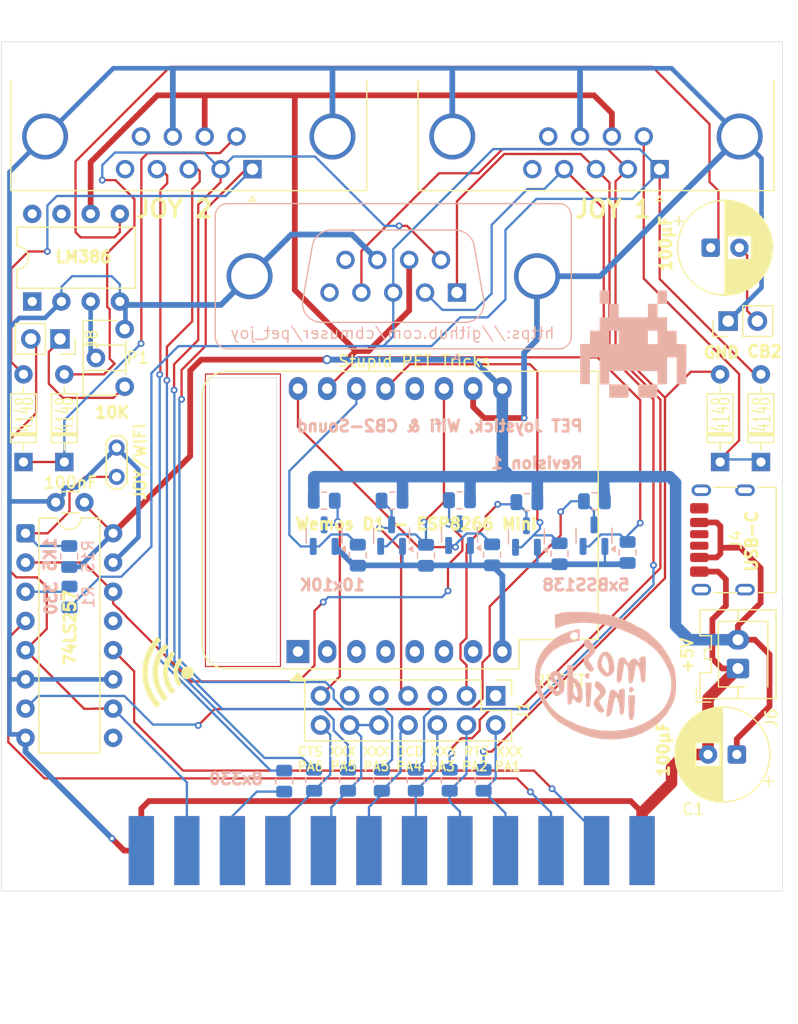
<source format=kicad_pcb>
(kicad_pcb (version 20241229) (generator "pcbnew") (generator_version "9.0")
  (layers (0 "F.Cu" signal) (2 "B.Cu" signal) (13 "F.Paste" user) (15 "B.Paste" user) (5 "F.SilkS" user "F.Silkscreen") (7 "B.SilkS" user "B.Silkscreen") (1 "F.Mask" user) (3 "B.Mask" user) (25 "Edge.Cuts" user))
  (net 0 "")
  (net 1 "GND")
  (net 2 "Net-(D1-K)")
  (net 3 "VCC")
  (net 4 "Net-(D3-A)")
  (net 5 "Net-(D3-K)")
  (net 8 "Net-(J3-Pad4)")
  (net 10 "Net-(J3-Pad3)")
  (net 11 "Net-(JP2-B)")
  (net 13 "Net-(U2-I1a)")
  (net 14 "PA3")
  (net 15 "SOUND")
  (net 16 "MODEM_TX")
  (net 17 "MODEM_RX")
  (net 19 "VDD")
  (net 24 "RX")
  (net 25 "TX")
  (net 26 "PA2")
  (net 32 "PA1")
  (net 33 "PA0")
  (net 34 "PA5")
  (net 35 "CB2")
  (net 37 "PA4")
  (net 38 "CA1")
  (net 41 "PA6")
  (net 42 "PA7")
  (net 49 "CTS_H")
  (net 50 "DCD_H")
  (net 52 "RTS_H")
  (net 53 "CTS")
  (net 54 "RTS")
  (net 55 "DCD")
  (net 66 "_PA1")
  (net 67 "_PA0")
  (net 68 "_PA5")
  (net 69 "_PA2")
  (net 70 "_PA3")
  (net 74 "Net-(C3-Pad1)")
  (net 75 "Net-(J7-Pin_2)")
  (net 76 "Net-(U1-+)")
  (net 77 "Net-(J8-Pin_1)")
  (footprint "Connector_USB:USB_C_Receptacle_HRO_TYPE-C-31-M-17" (layer "F.Cu") (at 132.14 104.5 90)
    (property "Reference" "J4")
    (property "Value" "USB_C_Receptacle_PowerOnly_6P" (hide yes))
  )
  (footprint "Diode_THT:D_DO-35_SOD27_P7.62mm_Horizontal" (layer "F.Cu") (at 70.175 97.725 90)
    (property "Reference" "D3" (hide yes))
    (property "Value" "1N4148" (hide yes))
  )
  (footprint "Diode_THT:D_DO-35_SOD27_P7.62mm_Horizontal" (layer "F.Cu") (at 130.775 97.725 90)
    (property "Reference" "D1" (hide yes))
    (property "Value" "1N4148" (hide yes))
  )
  (footprint "Diode_THT:D_DO-35_SOD27_P7.62mm_Horizontal" (layer "F.Cu") (at 73.725 97.725 90)
    (property "Reference" "D4" (hide yes))
    (property "Value" "1N4148" (hide yes))
  )
  (footprint "Package_DIP:DIP-8_W7.62mm" (layer "F.Cu") (at 70.935 83.775 90)
    (property "Reference" "U1" (hide yes))
    (property "Value" "LM386")
  )
  (footprint "MountingHole:MountingHole_3.2mm_M3" (layer "F.Cu") (at 132.65 130.875)
    (property "Reference" "H2" (hide yes))
    (property "Value" "MountingHole" (hide yes))
  )
  (footprint "Diode_THT:D_DO-35_SOD27_P7.62mm_Horizontal" (layer "F.Cu") (at 134.325 97.725 90)
    (property "Reference" "D2" (hide yes))
    (property "Value" "1N4148" (hide yes))
  )
  (footprint "Capacitor_THT:CP_Radial_D8.0mm_P2.50mm" (layer "F.Cu") (at 132.225 123.15 180)
    (property "Reference" "C1")
    (property "Value" "C_Polarized")
  )
  (footprint "Connector_JST:JST_XA_B02B-XASK-1-A_1x02_P2.50mm_Vertical" (layer "F.Cu") (at 132.325 115.675 90)
    (property "Reference" "J6")
    (property "Value" "POWER")
  )
  (footprint "Connector_PinSocket_2.54mm:PinSocket_1x02_P2.54mm_Vertical" (layer "F.Cu") (at 73.35 87.025 -90)
    (property "Reference" "J8")
    (property "Value" "CB2" (hide yes))
  )
  (footprint "Capacitor_THT:C_Disc_D3.0mm_W1.6mm_P2.50mm" (layer "F.Cu") (at 75.475 101.225 180)
    (property "Reference" "C2" (hide yes))
    (property "Value" "C_Small" (hide yes))
  )
  (footprint "MountingHole:MountingHole_3.2mm_M3" (layer "F.Cu") (at 71.825 130.9)
    (property "Reference" "H1" (hide yes))
    (property "Value" "MountingHole" (hide yes))
  )
  (footprint "TestPoint:TestPoint_2Pads_Pitch2.54mm_Drill0.8mm" (layer "F.Cu") (at 78.275 96.475 -90)
    (property "Reference" "JP2" (hide yes))
    (property "Value" "Jumper_2_Open" (hide yes))
  )
  (footprint "Connector_PinHeader_2.54mm:PinHeader_1x02_P2.54mm_Vertical" (layer "F.Cu") (at 131.475 85.475 90)
    (property "Reference" "J7" (hide yes))
    (property "Value" "CB2" (hide yes))
  )
  (footprint "Potentiometer_THT:Potentiometer_Piher_PT-6-H_Horizontal" (layer "F.Cu") (at 78.975 91.175 180)
    (property "Reference" "P1")
    (property "Value" "R_Potentiometer_Trim")
  )
  (footprint "Package_DIP:DIP-16_W7.62mm" (layer "F.Cu") (at 70.35 103.92)
    (property "Reference" "U2" (hide yes))
    (property "Value" "74LS157" (hide yes))
  )
  (footprint "Connector_Dsub:DSUB-9_Male_Horizontal_P2.77x2.84mm_EdgePinOffset4.94mm_Housed_MountingHolesOffset4.94mm" (layer "F.Cu") (at 90.09 72.270331 180)
    (property "Reference" "J3" (hide yes))
    (property "Value" "Joystick 2")
  )
  (footprint "Hackup_Commodore:C64-User-Port-Female" (layer "F.Cu") (at 102.205 134.5)
    (property "Reference" "U3" (hide yes))
    (property "Value" "~")
  )
  (footprint "LOGO" (layer "F.Cu") (at 82.75 115.975 90)
    (property "Reference" "G***" (hide yes))
    (property "Value" "LOGO" (hide yes))
  )
  (footprint "Capacitor_THT:CP_Radial_D8.0mm_P2.50mm" (layer "F.Cu") (at 129.95 79.1)
    (property "Reference" "C3" (hide yes))
    (property "Value" "220µF" (hide yes))
  )
  (footprint "Connector_PinHeader_2.54mm:PinHeader_2x07_P2.54mm_Vertical" (layer "F.Cu") (at 111.25 118.05 -90)
    (property "Reference" "J1")
    (property "Value" "Conn_02x07_Odd_Even" (hide yes))
  )
  (footprint "Connector_Dsub:DSUB-9_Male_Horizontal_P2.77x2.84mm_EdgePinOffset4.94mm_Housed_MountingHolesOffset4.94mm" (layer "F.Cu") (at 125.515 72.270331 180)
    (property "Reference" "J2" (hide yes))
    (property "Value" "Joystick 1")
  )
  (footprint "RF_Module:WEMOS_D1_mini_light" (layer "F.Cu") (at 94.05 114.2 90)
    (property "Reference" "U4" (hide yes))
    (property "Value" "WEMOS_D1_mini" (hide yes))
  )
  (footprint "Package_TO_SOT_SMD:SOT-23" (layer "B.Cu") (at 102.195 104.1175 90)
    (property "Reference" "Q7" (hide yes))
    (property "Value" "BSS138" (hide yes))
  )
  (footprint "Resistor_SMD:R_0805_2012Metric" (layer "B.Cu") (at 96.3375 101.0875)
    (property "Reference" "R13" (hide yes))
    (property "Value" "R" (hide yes))
  )
  (footprint "Resistor_SMD:R_0805_2012Metric" (layer "B.Cu") (at 119.8375 101.1375 180)
    (property "Reference" "R9" (hide yes))
    (property "Value" "R" (hide yes))
  )
  (footprint "Resistor_SMD:R_0805_2012Metric" (layer "B.Cu") (at 108.1075 101.0475 180)
    (property "Reference" "R11" (hide yes))
    (property "Value" "R")
  )
  (footprint "Package_TO_SOT_SMD:SOT-23" (layer "B.Cu") (at 96.325 104.125 90)
    (property "Reference" "Q5" (hide yes))
    (property "Value" "BSS138" (hide yes))
  )
  (footprint "Resistor_SMD:R_0805_2012Metric" (layer "B.Cu") (at 99.255 105.825 90)
    (property "Reference" "R14" (hide yes))
    (property "Value" "R")
  )
  (footprint "Package_TO_SOT_SMD:SOT-23" (layer "B.Cu") (at 113.925 104.2 90)
    (property "Reference" "Q6" (hide yes))
    (property "Value" "BSS138" (hide yes))
  )
  (footprint "Resistor_SMD:R_0805_2012Metric" (layer "B.Cu") (at 110.935 105.795 90)
    (property "Reference" "R12" (hide yes))
    (property "Value" "R")
  )
  (footprint "Resistor_SMD:R_0805_2012Metric" (layer "B.Cu") (at 92.85 125.4625 -90)
    (property "Reference" "R8" (hide yes))
    (property "Value" "330")
  )
  (footprint "Connector_Dsub:DSUB-9_Female_Vertical_P2.77x2.84mm_MountingHoles" (layer "B.Cu") (at 107.88 82.995)
    (property "Reference" "J5" (hide yes))
    (property "Value" "Joystick 1" (hide yes))
  )
  (footprint "Resistor_SMD:R_0805_2012Metric" (layer "B.Cu") (at 102.235 101.0875 180)
    (property "Reference" "R21" (hide yes))
    (property "Value" "R")
  )
  (footprint "Resistor_SMD:R_0805_2012Metric" (layer "B.Cu") (at 101.35 125.3875 -90)
    (property "Reference" "R5" (hide yes))
    (property "Value" "330")
  )
  (footprint "Resistor_SMD:R_0805_2012Metric" (layer "B.Cu") (at 122.725 105.5875 90)
    (property "Reference" "R10" (hide yes))
    (property "Value" "R" (hide yes))
  )
  (footprint "Resistor_SMD:R_0805_2012Metric" (layer "B.Cu") (at 104.3 125.3875 -90)
    (property "Reference" "R4" (hide yes))
    (property "Value" "330")
  )
  (footprint "Resistor_SMD:R_0805_2012Metric" (layer "B.Cu") (at 116.8 105.7 90)
    (property "Reference" "R20" (hide yes))
    (property "Value" "R" (hide yes))
  )
  (footprint "Resistor_SMD:R_0805_2012Metric" (layer "B.Cu") (at 74.175 109.4625 90)
    (property "Reference" "R1")
    (property "Value" "330")
  )
  (footprint "Resistor_SMD:R_0805_2012Metric" (layer "B.Cu") (at 107.25 125.3875 -90)
    (property "Reference" "R3" (hide yes))
    (property "Value" "330")
  )
  (footprint "Resistor_SMD:R_0805_2012Metric" (layer "B.Cu") (at 110.2 125.3875 -90)
    (property "Reference" "R2" (hide yes))
    (property "Value" "330")
  )
  (footprint "Resistor_SMD:R_0805_2012Metric" (layer "B.Cu") (at 105.185 105.835 90)
    (property "Reference" "R22" (hide yes))
    (property "Value" "R")
  )
  (footprint "LOGO" (layer "B.Cu") (at 123.225 87.475 180)
    (property "Reference" "G***" (hide yes))
    (property "Value" "LOGO" (hide yes))
  )
  (footprint "Logo:GMP" (layer "B.Cu") (at 120.761643 116.310477 180)
    (property "Reference" "G***" (hide yes))
    (property "Value" "LOGO" (hide yes))
  )
  (footprint "Resistor_SMD:R_0805_2012Metric" (layer "B.Cu") (at 98.4 125.3875 -90)
    (property "Reference" "R6" (hide yes))
    (property "Value" "330")
  )
  (footprint "Package_TO_SOT_SMD:SOT-23" (layer "B.Cu") (at 119.8 104.125 90)
    (property "Reference" "Q3" (hide yes))
    (property "Value" "BSS138" (hide yes))
  )
  (footprint "Package_TO_SOT_SMD:SOT-23" (layer "B.Cu") (at 108.105 104.04 90)
    (property "Reference" "Q4" (hide yes))
    (property "Value" "BSS138" (hide yes))
  )
  (footprint "Resistor_SMD:R_0805_2012Metric" (layer "B.Cu") (at 95.45 125.3875 -90)
    (property "Reference" "R7" (hide yes))
    (property "Value" "330")
  )
  (footprint "Resistor_SMD:R_0805_2012Metric" (layer "B.Cu") (at 113.9625 101.2125 180)
    (property "Reference" "R19" (hide yes))
    (property "Value" "R" (hide yes))
  )
  (footprint "Resistor_SMD:R_0805_2012Metric" (layer "B.Cu") (at 74.155 105.9375 90)
    (property "Reference" "R15")
    (property "Value" "2K")
  )
  (gr_rect (start 86 90.075) (end 92.525 115.5) (stroke (width 0.1)) (fill no) (layer "F.Cu"))
  (gr_line (start 68.25 135) (end 68.25 61.2) (stroke (width 0.05)) (layer "Edge.Cuts"))
  (gr_line (start 136.2 135) (end 136.2 61.2) (stroke (width 0.05)) (layer "Edge.Cuts"))
  (gr_line (start 68.25 61.2) (end 136.2 61.2) (stroke (width 0.05)) (layer "Edge.Cuts"))
  (gr_rect (start 86.35 90.4) (end 92.2 115.15) (stroke (width 0.05)) (fill no) (layer "Edge.Cuts"))
  (gr_line (start 68.25 135) (end 136.2 135) (stroke (width 0.05)) (layer "Edge.Cuts"))
  (gr_text "USB-C" (at 134.1 107.4 90) (layer "F.SilkS") (effects (font (size 1 1) (thickness 0.25) (bold yes)) (justify left bottom)))
  (gr_text "JOY 2" (at 79.8 76.6 0) (layer "F.SilkS") (effects (font (size 1.5 1.5) (thickness 0.3) (bold yes)) (justify left bottom)))
  (gr_text "JOY 1" (at 117.975 76.625 0) (layer "F.SilkS") (effects (font (size 1.5 1.5) (thickness 0.3) (bold yes)) (justify left bottom)))
  (gr_text "100µF" (at 126.425 125.225 90) (layer "F.SilkS") (effects (font (size 1 1) (thickness 0.25) (bold yes)) (justify left bottom)))
  (gr_text "LM386" (at 72.825 80.475 0) (layer "F.SilkS") (effects (font (size 1 1) (thickness 0.25) (bold yes)) (justify left bottom)))
  (gr_text "4148" (at 74.625 95.2 90) (layer "F.SilkS") (effects (font (size 1.5 0.8) (thickness 0.125)) (justify left bottom)))
  (gr_text "Wemos D1 - ESP8266 Mini" (at 93.7 103.7 0) (layer "F.SilkS") (effects (font (size 1 1) (thickness 0.25) (bold yes)) (justify left bottom)))
  (gr_text "CTS XXX XXX DCD XXX RTS XXX\nPA6 PA5 PA5 PA4 PA3 PA2 PA1" (at 93.925 124.65 0) (layer "F.SilkS") (effects (font (size 0.8 0.8)) (justify left bottom)))
  (gr_text "4148" (at 135.275 95.2 90) (layer "F.SilkS") (effects (font (size 1.5 0.8) (thickness 0.125)) (justify left bottom)))
  (gr_text "100µF" (at 126.625 81.275 90) (layer "F.SilkS") (effects (font (size 1 1) (thickness 0.25) (bold yes)) (justify left bottom)))
  (gr_text "CB2" (at 133 88.7 0) (layer "F.SilkS") (effects (font (size 1 1) (thickness 0.25) (bold yes)) (justify left bottom)))
  (gr_text "JOY/WIFI " (at 80.9 101.175 90) (layer "F.SilkS") (effects (font (size 1 1) (thickness 0.2) (bold yes)) (justify left bottom)))
  (gr_text "10K" (at 76.275 94 0) (layer "F.SilkS") (effects (font (size 1 1) (thickness 0.25) (bold yes)) (justify left bottom)))
  (gr_text "Stupid PET Tricks" (at 97.475 89.55 0) (layer "F.SilkS") (effects (font (size 1 1)) (justify left bottom)))
  (gr_text "+5V" (at 128.5 116.2 90) (layer "F.SilkS") (effects (font (size 1 1) (thickness 0.2) (bold yes)) (justify left bottom)))
  (gr_text "4148" (at 131.725 95.2 90) (layer "F.SilkS") (effects (font (size 1.5 0.8) (thickness 0.125)) (justify left bottom)))
  (gr_text "100nF" (at 71.825 100.1 0) (layer "F.SilkS") (effects (font (size 1 1) (thickness 0.1875)) (justify left bottom)))
  (gr_text "RESET" (at 114.475 117.325 0) (layer "F.SilkS") (effects (font (size 1 1)) (justify left bottom)))
  (gr_text "74LS257" (at 74.8 115.55 90) (layer "F.SilkS") (effects (font (size 1 1) (thickness 0.25) (bold yes)) (justify left bottom)))
  (gr_text "GND" (at 129.2 88.8 0) (layer "F.SilkS") (effects (font (size 1 1) (thickness 0.25) (bold yes)) (justify left bottom)))
  (gr_text "4148" (at 71.125 95.2 90) (layer "F.SilkS") (effects (font (size 1.5 0.8) (thickness 0.125)) (justify left bottom)))
  (gr_text "330" (at 73.15 107.975 90) (layer "B.SilkS") (effects (font (size 1 1) (thickness 0.25) (bold yes)) (justify left bottom mirror)))
  (gr_text "https://github.com/cbmuser/pet_joy" (at 116.45 87.1 0) (layer "B.SilkS") (effects (font (size 1 1) (thickness 0.125)) (justify left bottom mirror)))
  (gr_text "PET Joystick, Wifi & CB2-Sound\n\nRevision 1" (at 118.95 98.4 0) (layer "B.SilkS") (effects (font (size 1 1) (thickness 0.25) (bold yes)) (justify left bottom mirror)))
  (gr_text "1K5\n" (at 73.075 104.15 90) (layer "B.SilkS") (effects (font (size 1 1) (thickness 0.25) (bold yes)) (justify left bottom mirror)))
  (gr_text "5xBSS138" (at 123.025 109 0) (layer "B.SilkS") (effects (font (size 1 1) (thickness 0.25) (bold yes)) (justify left bottom mirror)))
  (gr_text "10x10K" (at 100 109 0) (layer "B.SilkS") (effects (font (size 1 1) (thickness 0.25) (bold yes)) (justify left bottom mirror)))
  (gr_text "8x330" (at 91.125 125.85 0) (layer "B.SilkS") (effects (font (size 1 1) (thickness 0.25) (bold yes)) (justify left bottom mirror)))
  (segment (start 126.55 125.625) (end 126.55 124.3) (width 1) (layer "F.Cu") (net 1))
  (segment (start 113.725 93.9) (end 110.25 93.9) (width 0.5) (layer "F.Cu") (net 1))
  (segment (start 131.275 110.225) (end 130.1 111.4) (width 0.5) (layer "F.Cu") (net 1))
  (segment (start 78.925 131.5) (end 77.875 130.45) (width 0.5) (layer "F.Cu") (net 1))
  (segment (start 123.985 128.19) (end 122.995 127.2) (width 0.5) (layer "F.Cu") (net 1))
  (segment (start 81.075 127.2) (end 80.425 127.85) (width 0.5) (layer "F.Cu") (net 1))
  (segment (start 130.1 111.4) (end 130.1 114.825) (width 0.5) (layer "F.Cu") (net 1))
  (segment (start 80.425 127.85) (end 80.425 131.5) (width 0.5) (layer "F.Cu") (net 1))
  (segment (start 129.725 123.15) (end 129.725 118.275) (width 1) (layer "F.Cu") (net 1))
  (segment (start 110.25 93.9) (end 109.29 92.94) (width 0.5) (layer "F.Cu") (net 1))
  (segment (start 130.1 114.825) (end 130.95 115.675) (width 0.5) (layer "F.Cu") (net 1))
  (segment (start 123.985 131.5) (end 123.985 128.19) (width 1) (layer "F.Cu") (net 1))
  (segment (start 127.7 123.15) (end 129.725 123.15) (width 1) (layer "F.Cu") (net 1))
  (segment (start 129.725 118.275) (end 132.325 115.675) (width 1) (layer "F.Cu") (net 1))
  (segment (start 130.95 115.675) (end 132.325 115.675) (width 0.5) (layer "F.Cu") (net 1))
  (segment (start 123.985 128.19) (end 126.55 125.625) (width 1) (layer "F.Cu") (net 1))
  (segment (start 126.55 124.3) (end 127.7 123.15) (width 1) (layer "F.Cu") (net 1))
  (segment (start 128.96 107.25) (end 130.6 107.25) (width 0.5) (layer "F.Cu") (net 1))
  (segment (start 131.275 107.925) (end 131.275 110.225) (width 0.5) (layer "F.Cu") (net 1))
  (segment (start 80.425 131.5) (end 78.925 131.5) (width 0.5) (layer "F.Cu") (net 1))
  (segment (start 122.995 127.2) (end 81.075 127.2) (width 0.5) (layer "F.Cu") (net 1))
  (segment (start 130.6 107.25) (end 131.275 107.925) (width 0.5) (layer "F.Cu") (net 1))
  (segment (start 109.29 92.94) (end 109.29 91.34) (width 0.5) (layer "F.Cu") (net 1))
  (via (at 113.725 93.9) (size 0.6) (drill 0.3) (layers "F.Cu" "B.Cu") (net 1))
  (via (at 77.875 130.45) (size 0.6) (drill 0.3) (layers "F.Cu" "B.Cu") (net 1))
  (segment (start 78.555 83.775) (end 78.555 82.28) (width 0.2) (layer "B.Cu") (net 1))
  (segment (start 73.475 82.5) (end 73.475 83.775) (width 0.2) (layer "B.Cu") (net 1))
  (segment (start 68.971 116.62) (end 68.951 116.6) (width 0.4) (layer "B.Cu") (net 1))
  (segment (start 113.725 88.225) (end 113.725 93.9) (width 0.5) (layer "B.Cu") (net 1))
  (segment (start 78.555 83.775) (end 78.85 84.07) (width 0.5) (layer "B.Cu") (net 1))
  (segment (start 114.84 81.575) (end 120.330331 81.575) (width 0.5) (layer "B.Cu") (net 1))
  (segment (start 134.375 82.575) (end 131.475 85.475) (width 0.4) (layer "B.Cu") (net 1))
  (segment (start 79.04 84.26) (end 78.555 83.775) (width 0.2) (layer "B.Cu") (net 1))
  (segment (start 134.375 71.330331) (end 134.375 82.575) (width 0.4) (layer "B.Cu") (net 1))
  (segment (start 87.345 84.07) (end 89.84 81.575) (width 0.5) (layer "B.Cu") (net 1))
  (segment (start 70.35 116.62) (end 77.97 116.62) (width 0.4) (layer "B.Cu") (net 1))
  (segment (start 68.951 86.059) (end 68.951 72.529331) (width 0.4) (layer "B.Cu") (net 1))
  (segment (start 120.330331 81.575) (end 132.475 69.430331) (width 0.5) (layer "B.Cu") (net 1))
  (segment (start 68.951 101.125) (end 68.951 116.6) (width 0.4) (layer "B.Cu") (net 1))
  (segment (start 70.35 116.62) (end 68.971 116.62) (width 0.4) (layer "B.Cu") (net 1))
  (segment (start 68.951 86.059) (end 69.81 85.2) (width 0.4) (layer "B.Cu") (net 1))
  (segment (start 98.75 77.95) (end 93.465 77.95) (width 0.5) (layer "B.Cu") (net 1))
  (segment (start 126.544669 63.5) (end 132.475 69.430331) (width 0.4) (layer "B.Cu") (net 1))
  (segment (start 107.475 69.430331) (end 107.475 63.8) (width 0.5) (layer "B.Cu") (net 1))
  (segment (start 68.951 121.4) (end 70.05 121.4) (width 0.4) (layer "B.Cu") (net 1))
  (segment (start 69.81 85.2) (end 72.05 85.2) (width 0.4) (layer "B.Cu") (net 1))
  (segment (start 73.651 99.949) (end 73.651 100.549) (width 0.4) (layer "B.Cu") (net 1))
  (segment (start 78.555 82.28) (end 77.85 81.575) (width 0.2) (layer "B.Cu") (net 1))
  (segment (start 134.375 71.330331) (end 132.475 69.430331) (width 0.4) (layer "B.Cu") (net 1))
  (segment (start 118.59 69.430331) (end 118.59 63.79) (width 0.5) (layer "B.Cu") (net 1))
  (segment (start 74.801 99.949) (end 78.275 96.475) (width 0.4) (layer "B.Cu") (net 1))
  (segment (start 74.4 81.575) (end 73.475 82.5) (width 0.2) (layer "B.Cu") (net 1))
  (segment (start 68.951 72.529331) (end 72.05 69.430331) (width 0.4) (layer "B.Cu") (net 1))
  (segment (start 77.980331 63.5) (end 97.15 63.5) (width 0.4) (layer "B.Cu") (net 1))
  (segment (start 79.04 86.285) (end 79.04 84.26) (width 0.4) (layer "B.Cu") (net 1))
  (segment (start 73.651 99.949) (end 74.801 99.949) (width 0.4) (layer "B.Cu") (net 1))
  (segment (start 77.97 106.46) (end 80.175 104.255) (width 0.4) (layer "B.Cu") (net 1))
  (segment (start 68.976 101.15) (end 68.951 101.125) (width 0.4) (layer "B.Cu") (net 1))
  (segment (start 68.951 116.6) (end 68.951 121.4) (width 0.4) (layer "B.Cu") (net 1))
  (segment (start 100.955 80.155) (end 98.75 77.95) (width 0.5) (layer "B.Cu") (net 1))
  (segment (start 83.165 69.430331) (end 83.165 63.775) (width 0.5) (layer "B.Cu") (net 1))
  (segment (start 72.05 85.2) (end 73.475 83.775) (width 0.4) (layer "B.Cu") (net 1))
  (segment (start 72.05 69.430331) (end 77.980331 63.5) (width 0.4) (layer "B.Cu") (net 1))
  (segment (start 70.05 121.4) (end 70.35 121.7) (width 0.4) (layer "B.Cu") (net 1))
  (segment (start 114.84 87.11) (end 114.84 81.575) (width 0.5) (layer "B.Cu") (net 1))
  (segment (start 97.15 63.5) (end 126.544669 63.5) (width 0.4) (layer "B.Cu") (net 1))
  (segment (start 68.951 86.059) (end 68.951 101.125) (width 0.4) (layer "B.Cu") (net 1))
  (segment (start 78.85 84.07) (end 87.345 84.07) (width 0.5) (layer "B.Cu") (net 1))
  (segment (start 73.651 100.549) (end 72.975 101.225) (width 0.4) (layer "B.Cu") (net 1))
  (segment (start 77.85 81.575) (end 74.4 81.575) (width 0.2) (layer "B.Cu") (net 1))
  (segment (start 80.175 104.255) (end 80.175 98.375) (width 0.4) (layer "B.Cu") (net 1))
  (segment (start 72.9 101.15) (end 68.976 101.15) (width 0.4) (layer "B.Cu") (net 1))
  (segment (start 97.05 69.430331) (end 97.05 63.6) (width 0.5) (layer "B.Cu") (net 1))
  (segment (start 113.725 88.225) (end 114.84 87.11) (width 0.5) (layer "B.Cu") (net 1))
  (segment (start 72.9 101.15) (end 72.975 101.225) (width 0.4) (layer "B.Cu") (net 1))
  (segment (start 80.175 98.375) (end 78.275 96.475) (width 0.4) (layer "B.Cu") (net 1))
  (segment (start 77.875 130.45) (end 70.35 122.925) (width 0.5) (layer "B.Cu") (net 1))
  (segment (start 70.35 122.925) (end 70.35 121.7) (width 0.5) (layer "B.Cu") (net 1))
  (segment (start 93.465 77.95) (end 89.84 81.575) (width 0.5) (layer "B.Cu") (net 1))
  (segment (start 132.425 90.075) (end 124.13 81.78) (width 0.2) (layer "F.Cu") (net 2))
  (segment (start 124.13 81.78) (end 124.13 69.430331) (width 0.2) (layer "F.Cu") (net 2))
  (segment (start 132.425 95.85) (end 132.425 90.075) (width 0.2) (layer "F.Cu") (net 2))
  (segment (start 130.775 97.5) (end 132.425 95.85) (width 0.2) (layer "F.Cu") (net 2))
  (segment (start 130.775 97.5) (end 134.325 97.5) (width 0.2) (layer "B.Cu") (net 2))
  (segment (start 130.48 102.98) (end 130.8 103.3) (width 0.5) (layer "F.Cu") (net 3))
  (segment (start 76.015 71.66) (end 81.825 65.85) (width 0.5) (layer "F.Cu") (net 3))
  (segment (start 132.225 121.8) (end 135.075 118.95) (width 0.5) (layer "F.Cu") (net 3))
  (segment (start 100.201 88.074) (end 103.725 84.55) (width 0.5) (layer "F.Cu") (net 3))
  (segment (start 85.935 65.935) (end 85.935 69.430331) (width 0.5) (layer "F.Cu") (net 3))
  (segment (start 75.475 101.425) (end 75.475 101.225) (width 0.2) (layer "F.Cu") (net 3))
  (segment (start 99.076768 88.074) (end 93.775 82.772232) (width 0.5) (layer "F.Cu") (net 3))
  (segment (start 133.8 113.175) (end 132.325 113.175) (width 0.5) (layer "F.Cu") (net 3))
  (segment (start 132.525 105.175) (end 130.8 105.175) (width 0.5) (layer "F.Cu") (net 3))
  (segment (start 128.96 102.98) (end 130.48 102.98) (width 0.5) (layer "F.Cu") (net 3))
  (segment (start 77.97 103.92) (end 75.475 101.425) (width 0.2) (layer "F.Cu") (net 3))
  (segment (start 93.775 82.772232) (end 93.775 65.85) (width 0.5) (layer "F.Cu") (net 3))
  (segment (start 130.8 103.3) (end 130.8 105.175) (width 0.5) (layer "F.Cu") (net 3))
  (segment (start 134.3 109.975) (end 134.3 106.95) (width 0.5) (layer "F.Cu") (net 3))
  (segment (start 98.325768 88.825) (end 99.076768 88.074) (width 0.5) (layer "F.Cu") (net 3))
  (segment (start 132.325 113.175) (end 132.325 111.95) (width 0.5) (layer "F.Cu") (net 3))
  (segment (start 96.575 88.825) (end 98.325768 88.825) (width 0.5) (layer "F.Cu") (net 3))
  (segment (start 85.85 65.85) (end 93.775 65.85) (width 0.5) (layer "F.Cu") (net 3))
  (segment (start 121.36 67.41) (end 121.36 69.430331) (width 0.5) (layer "F.Cu") (net 3))
  (segment (start 84.676 97.214) (end 84.676 89.774) (width 0.5) (layer "F.Cu") (net 3))
  (segment (start 135.075 118.95) (end 135.075 114.45) (width 0.5) (layer "F.Cu") (net 3))
  (segment (start 85.935 69.89) (end 85.935 69.430331) (width 0.2) (layer "F.Cu") (net 3))
  (segment (start 135.075 114.45) (end 133.8 113.175) (width 0.5) (layer "F.Cu") (net 3))
  (segment (start 81.825 65.85) (end 85.85 65.85) (width 0.5) (layer "F.Cu") (net 3))
  (segment (start 103.725 84.55) (end 103.725 80.155) (width 0.5) (layer "F.Cu") (net 3))
  (segment (start 119.8 65.85) (end 121.36 67.41) (width 0.5) (layer "F.Cu") (net 3))
  (segment (start 99.076768 88.074) (end 100.201 88.074) (width 0.5) (layer "F.Cu") (net 3))
  (segment (start 85.85 65.85) (end 85.935 65.935) (width 0.5) (layer "F.Cu") (net 3))
  (segment (start 85.625 88.825) (end 96.575 88.825) (width 0.5) (layer "F.Cu") (net 3))
  (segment (start 77.97 103.92) (end 84.676 97.214) (width 0.5) (layer "F.Cu") (net 3))
  (segment (start 93.775 65.85) (end 104.104331 65.85) (width 0.5) (layer "F.Cu") (net 3))
  (segment (start 76.015 76.155) (end 76.015 71.66) (width 0.5) (layer "F.Cu") (net 3))
  (segment (start 130.48 106.02) (end 128.96 106.02) (width 0.5) (layer "F.Cu") (net 3))
  (segment (start 132.225 123.15) (end 132.225 121.8) (width 0.5) (layer "F.Cu") (net 3))
  (segment (start 130.8 105.7) (end 130.48 106.02) (width 0.5) (layer "F.Cu") (net 3))
  (segment (start 84.676 89.774) (end 85.625 88.825) (width 0.5) (layer "F.Cu") (net 3))
  (segment (start 130.8 105.175) (end 130.8 105.7) (width 0.5) (layer "F.Cu") (net 3))
  (segment (start 104.104331 65.85) (end 119.8 65.85) (width 0.5) (layer "F.Cu") (net 3))
  (segment (start 134.3 106.95) (end 132.525 105.175) (width 0.5) (layer "F.Cu") (net 3))
  (segment (start 132.325 111.95) (end 134.3 109.975) (width 0.5) (layer "F.Cu") (net 3))
  (via (at 96.575 88.825) (size 0.8) (drill 0.5) (layers "F.Cu" "B.Cu") (net 3))
  (segment (start 109.315 88.825) (end 111.83 91.34) (width 0.5) (layer "B.Cu") (net 3))
  (segment (start 75.04 106.85) (end 77.97 103.92) (width 0.4) (layer "B.Cu") (net 3))
  (segment (start 109.25 99) (end 95.475 99) (width 1) (layer "B.Cu") (net 3))
  (segment (start 126.9 111.975) (end 128.1 113.175) (width 1) (layer "B.Cu") (net 3))
  (segment (start 114.875 99.05) (end 114.875 101.2125) (width 1) (layer "B.Cu") (net 3))
  (segment (start 120.6 99) (end 126.375 99) (width 1) (layer "B.Cu") (net 3))
  (segment (start 112.525 99) (end 109.25 99) (width 1) (layer "B.Cu") (net 3))
  (segment (start 95.475 99) (end 95.425 99.05) (width 1) (layer "B.Cu") (net 3))
  (segment (start 111.83 91.34) (end 111.83 98.305) (width 1) (layer "B.Cu") (net 3))
  (segment (start 96.575 88.825) (end 109.315 88.825) (width 0.5) (layer "B.Cu") (net 3))
  (segment (start 120.6 99) (end 120.75 101.1375) (width 1) (layer "B.Cu") (net 3))
  (segment (start 120.6 99) (end 115.55 99) (width 1) (layer "B.Cu") (net 3))
  (segment (start 115.55 99) (end 114.925 99) (width 1) (layer "B.Cu") (net 3))
  (segment (start 111.83 98.305) (end 112.525 99) (width 1) (layer "B.Cu") (net 3))
  (segment (start 95.425 99.05) (end 95.425 101.0875) (width 1) (layer "B.Cu") (net 3))
  (segment (start 74.155 106.85) (end 75.04 106.85) (width 0.4) (layer "B.Cu") (net 3))
  (segment (start 114.925 99) (end 112.525 99) (width 1) (layer "B.Cu") (net 3))
  (segment (start 128.1 113.175) (end 132.325 113.175) (width 1) (layer "B.Cu") (net 3))
  (segment (start 109.02 101.0475) (end 109.02 99.23) (width 1) (layer "B.Cu") (net 3))
  (segment (start 126.375 99) (end 126.9 99.525) (width 1) (layer "B.Cu") (net 3))
  (segment (start 103.1475 101.0875) (end 103.1475 99.5525) (width 1) (layer "B.Cu") (net 3))
  (segment (start 126.9 99.525) (end 126.9 111.975) (width 1) (layer "B.Cu") (net 3))
  (segment (start 109.02 99.23) (end 109.25 99) (width 1) (layer "B.Cu") (net 3))
  (segment (start 114.925 99) (end 114.875 99.05) (width 1) (layer "B.Cu") (net 3))
  (segment (start 86.025 87.625) (end 86.025 75.775) (width 0.2) (layer "F.Cu") (net 4))
  (segment (start 89.529669 72.270331) (end 90.09 72.270331) (width 0.2) (layer "F.Cu") (net 4))
  (segment (start 70.6 79.425) (end 72.25 79.425) (width 0.2) (layer "F.Cu") (net 4))
  (segment (start 83.925 89.725) (end 86.025 87.625) (width 0.2) (layer "F.Cu") (net 4))
  (segment (start 86.025 75.775) (end 89.529669 72.270331) (width 0.2) (layer "F.Cu") (net 4))
  (segment (start 83.925 92.275) (end 83.925 89.725) (width 0.2) (layer "F.Cu") (net 4))
  (segment (start 70.175 90.105) (end 69.1 89.03) (width 0.2) (layer "F.Cu") (net 4))
  (segment (start 69.1 89.03) (end 69.1 80.925) (width 0.2) (layer "F.Cu") (net 4))
  (segment (start 69.1 80.925) (end 70.6 79.425) (width 0.2) (layer "F.Cu") (net 4))
  (via (at 72.25 79.425) (size 0.6) (drill 0.3) (layers "F.Cu" "B.Cu") (net 4))
  (via (at 83.925 92.275) (size 0.6) (drill 0.3) (layers "F.Cu" "B.Cu") (net 4))
  (segment (start 97.161 117.57324) (end 96.43776 116.85) (width 0.2) (layer "B.Cu") (net 4))
  (segment (start 102.241 123.584) (end 102.241 119.87524) (width 0.2) (layer "B.Cu") (net 4))
  (segment (start 97.161 118.28876) (end 97.161 117.57324) (width 0.2) (layer "B.Cu") (net 4))
  (segment (start 96.43776 116.85) (end 85.725 116.85) (width 0.2) (layer "B.Cu") (net 4))
  (segment (start 101.56676 119.201) (end 98.07324 119.201) (width 0.2) (layer "B.Cu") (net 4))
  (segment (start 85.725 116.85) (end 85.6763 116.85) (width 0.2) (layer "B.Cu") (net 4))
  (segment (start 73.075 74.6) (end 72.25 75.425) (width 0.2) (layer "B.Cu") (net 4))
  (segment (start 90.09 72.270331) (end 87.760331 74.6) (width 0.2) (layer "B.Cu") (net 4))
  (segment (start 83.73815 92.46185) (end 83.925 92.275) (width 0.2) (layer "B.Cu") (net 4))
  (segment (start 83.73815 114.91185) (end 83.73815 92.46185) (width 0.2) (layer "B.Cu") (net 4))
  (segment (start 102.241 119.87524) (end 101.56676 119.201) (width 0.2) (layer "B.Cu") (net 4))
  (segment (start 101.35 124.475) (end 102.241 123.584) (width 0.2) (layer "B.Cu") (net 4))
  (segment (start 85.6763 116.85) (end 83.73815 114.91185) (width 0.2) (layer "B.Cu") (net 4))
  (segment (start 98.07324 119.201) (end 97.161 118.28876) (width 0.2) (layer "B.Cu") (net 4))
  (segment (start 87.760331 74.6) (end 73.075 74.6) (width 0.2) (layer "B.Cu") (net 4))
  (segment (start 72.25 75.425) (end 72.25 79.425) (width 0.2) (layer "B.Cu") (net 4))
  (segment (start 80.975 70.875) (end 87.260331 70.875) (width 0.2) (layer "F.Cu") (net 5))
  (segment (start 80.4 87.425) (end 80.425 87.1) (width 0.2) (layer "F.Cu") (net 5))
  (segment (start 80.425 71.425) (end 80.975 70.875) (width 0.2) (layer "F.Cu") (net 5))
  (segment (start 80.425 87.1) (end 80.425 71.425) (width 0.2) (layer "F.Cu") (net 5))
  (segment (start 70.175 97.725) (end 73.725 97.725) (width 0.2) (layer "F.Cu") (net 5))
  (segment (start 87.260331 70.875) (end 88.705 69.430331) (width 0.2) (layer "F.Cu") (net 5))
  (via (at 80.4 87.425) (size 0.6) (drill 0.3) (layers "F.Cu" "B.Cu") (net 5))
  (segment (start 80.4 87.425) (end 73.725 94.1) (width 0.2) (layer "B.Cu") (net 5))
  (segment (start 73.725 94.1) (end 73.725 97.725) (width 0.2) (layer "B.Cu") (net 5))
  (segment (start 82.025 90.125) (end 82.08 90.07) (width 0.2) (layer "F.Cu") (net 8))
  (segment (start 82.120331 72.270331) (end 81.78 72.270331) (width 0.2) (layer "F.Cu") (net 8))
  (segment (start 82.675 73.5) (end 82.675 72.825) (width 0.2) (layer "F.Cu") (net 8))
  (segment (start 82.08 74.095) (end 82.675 73.5) (width 0.2) (layer "F.Cu") (net 8))
  (segment (start 82.675 72.825) (end 82.120331 72.270331) (width 0.2) (layer "F.Cu") (net 8))
  (segment (start 82.08 90.07) (end 82.08 74.095) (width 0.2) (layer "F.Cu") (net 8))
  (via (at 82.025 90.125) (size 0.6) (drill 0.3) (layers "F.Cu" "B.Cu") (net 8))
  (segment (start 82.025 114.9) (end 82.025 90.125) (width 0.2) (layer "B.Cu") (net 8))
  (segment (start 91.675 124.55) (end 82.025 114.9) (width 0.2) (layer "B.Cu") (net 8))
  (segment (start 92.85 124.55) (end 91.675 124.55) (width 0.2) (layer "B.Cu") (net 8))
  (segment (start 84.85 85.5) (end 84.85 74) (width 0.2) (layer "F.Cu") (net 10))
  (segment (start 82.65 87.7) (end 84.85 85.5) (width 0.2) (layer "F.Cu") (net 10))
  (segment (start 85.5 73.35) (end 85.5 72.45) (width 0.2) (layer "F.Cu") (net 10))
  (segment (start 85.320331 72.270331) (end 84.55 72.270331) (width 0.2) (layer "F.Cu") (net 10))
  (segment (start 82.65 90.625) (end 82.65 87.7) (width 0.2) (layer "F.Cu") (net 10))
  (segment (start 85.5 72.45) (end 85.320331 72.270331) (width 0.2) (layer "F.Cu") (net 10))
  (segment (start 84.85 74) (end 85.5 73.35) (width 0.2) (layer "F.Cu") (net 10))
  (via (at 82.65 90.625) (size 0.6) (drill 0.3) (layers "F.Cu" "B.Cu") (net 10))
  (segment (start 94.425 123.45) (end 95.45 124.475) (width 0.2) (layer "B.Cu") (net 10))
  (segment (start 82.65 114.9579) (end 91.1421 123.45) (width 0.2) (layer "B.Cu") (net 10))
  (segment (start 91.1421 123.45) (end 94.425 123.45) (width 0.2) (layer "B.Cu") (net 10))
  (segment (start 82.65 90.625) (end 82.65 114.9579) (width 0.2) (layer "B.Cu") (net 10))
  (segment (start 74.175 102.025) (end 74.175 100.36795) (width 0.2) (layer "F.Cu") (net 11))
  (segment (start 72.28 103.92) (end 74.175 102.025) (width 0.2) (layer "F.Cu") (net 11))
  (segment (start 74.175 100.36795) (end 75.52795 99.015) (width 0.2) (layer "F.Cu") (net 11))
  (segment (start 75.52795 99.015) (end 78.275 99.015) (width 0.2) (layer "F.Cu") (net 11))
  (segment (start 70.35 103.92) (end 72.28 103.92) (width 0.2) (layer "F.Cu") (net 11))
  (segment (start 71.455 105.025) (end 70.35 103.92) (width 0.2) (layer "B.Cu") (net 11))
  (segment (start 74.155 105.025) (end 71.455 105.025) (width 0.2) (layer "B.Cu") (net 11))
  (segment (start 70.35 109) (end 73.725 109) (width 0.2) (layer "B.Cu") (net 13))
  (segment (start 73.725 109) (end 74.175 108.55) (width 0.2) (layer "B.Cu") (net 13))
  (segment (start 106.17 124.43) (end 106.17 120.59) (width 0.2) (layer "B.Cu") (net 14))
  (segment (start 104.3 126.3) (end 104.3 131.385) (width 0.2) (layer "B.Cu") (net 14))
  (segment (start 104.3 131.385) (end 104.185 131.5) (width 0.2) (layer "B.Cu") (net 14))
  (segment (start 104.3 126.3) (end 106.17 124.43) (width 0.2) (layer "B.Cu") (net 14))
  (segment (start 108.351 105.424) (end 108.351 104.326) (width 0.2) (layer "F.Cu") (net 16))
  (segment (start 77.97 110.02) (end 78.389 110.439) (width 0.2) (layer "F.Cu") (net 16))
  (segment (start 70.35 106.46) (end 75.43 106.46) (width 0.2) (layer "F.Cu") (net 16))
  (segment (start 78.42605 110.439) (end 79.071 111.08395) (width 0.2) (layer "F.Cu") (net 16))
  (segment (start 84.75 116.8) (end 94.100001 116.8) (width 0.2) (layer "F.Cu") (net 16))
  (segment (start 107.1 108.925) (end 107.1 106.675) (width 0.2) (layer "F.Cu") (net 16))
  (segment (start 79.071 111.08395) (end 79.071 111.121) (width 0.2) (layer "F.Cu") (net 16))
  (segment (start 107.1 106.675) (end 108.351 105.424) (width 0.2) (layer "F.Cu") (net 16))
  (segment (start 94.100001 116.8) (end 95.489 115.411001) (width 0.2) (layer "F.Cu") (net 16))
  (segment (start 78.389 110.439) (end 78.42605 110.439) (width 0.2) (layer "F.Cu") (net 16))
  (segment (start 95.489 115.411001) (end 95.489 110.661) (width 0.2) (layer "F.Cu") (net 16))
  (segment (start 77.97 109) (end 77.97 110.02) (width 0.2) (layer "F.Cu") (net 16))
  (segment (start 108.351 104.326) (end 107.15 103.125) (width 0.2) (layer "F.Cu") (net 16))
  (segment (start 75.43 106.46) (end 77.97 109) (width 0.2) (layer "F.Cu") (net 16))
  (segment (start 79.071 111.121) (end 84.75 116.8) (width 0.2) (layer "F.Cu") (net 16))
  (segment (start 95.489 110.661) (end 96.25 109.9) (width 0.2) (layer "F.Cu") (net 16))
  (via (at 107.15 103.125) (size 0.6) (drill 0.3) (layers "F.Cu" "B.Cu") (net 16))
  (via (at 107.1 108.925) (size 0.6) (drill 0.3) (layers "F.Cu" "B.Cu") (net 16))
  (via (at 96.25 109.9) (size 0.6) (drill 0.3) (layers "F.Cu" "B.Cu") (net 16))
  (segment (start 96.25 109.9) (end 96.675 109.475) (width 0.2) (layer "B.Cu") (net 16))
  (segment (start 108.0825 103.125) (end 108.105 103.1025) (width 0.2) (layer "B.Cu") (net 16))
  (segment (start 106.575 109.475) (end 107.1 108.95) (width 0.2) (layer "B.Cu") (net 16))
  (segment (start 107.15 103.125) (end 108.0825 103.125) (width 0.2) (layer "B.Cu") (net 16))
  (segment (start 107.1 108.95) (end 107.1 108.925) (width 0.2) (layer "B.Cu") (net 16))
  (segment (start 107.15 103.125) (end 107.195 103.08) (width 0.2) (layer "B.Cu") (net 16))
  (segment (start 96.675 109.475) (end 106.575 109.475) (width 0.2) (layer "B.Cu") (net 16))
  (segment (start 107.195 103.08) (end 107.195 101.0475) (width 0.2) (layer "B.Cu") (net 16))
  (segment (start 116.9 102.05) (end 116.9 101.875) (width 0.2) (layer "F.Cu") (net 17))
  (segment (start 110.099 118.28876) (end 110.099 115.148049) (width 0.2) (layer "F.Cu") (net 17))
  (segment (start 86.799 119.201) (end 109.18676 119.201) (width 0.2) (layer "F.Cu") (net 17))
  (segment (start 110.729 114.518049) (end 110.729 110.270943) (width 0.2) (layer "F.Cu") (net 17))
  (segment (start 110.729 110.270943) (end 116.9 104.099943) (width 0.2) (layer "F.Cu") (net 17))
  (segment (start 85.375 120.625) (end 86.799 119.201) (width 0.2) (layer "F.Cu") (net 17))
  (segment (start 110.099 115.148049) (end 110.729 114.518049) (width 0.2) (layer "F.Cu") (net 17))
  (segment (start 116.9 104.099943) (end 116.9 102.05) (width 0.2) (layer "F.Cu") (net 17))
  (segment (start 109.18676 119.201) (end 110.099 118.28876) (width 0.2) (layer "F.Cu") (net 17))
  (via (at 85.375 120.625) (size 0.6) (drill 0.3) (layers "F.Cu" "B.Cu") (net 17))
  (via (at 116.9 102.05) (size 0.6) (drill 0.3) (layers "F.Cu" "B.Cu") (net 17))
  (segment (start 70.35 119.16) (end 71.451 118.059) (width 0.2) (layer "B.Cu") (net 17))
  (segment (start 116.9 102.05) (end 117.8125 101.1375) (width 0.2) (layer "B.Cu") (net 17))
  (segment (start 85.299 120.549) (end 85.375 120.625) (width 0.2) (layer "B.Cu") (net 17))
  (segment (start 117.8125 101.1375) (end 118.925 101.1375) (width 0.2) (layer "B.Cu") (net 17))
  (segment (start 119.8 102.0125) (end 118.925 101.1375) (width 0.2) (layer "B.Cu") (net 17))
  (segment (start 119.8 103.1875) (end 119.8 102.0125) (width 0.2) (layer "B.Cu") (net 17))
  (segment (start 78.947 118.059) (end 81.437 120.549) (width 0.2) (layer "B.Cu") (net 17))
  (segment (start 81.437 120.549) (end 85.299 120.549) (width 0.2) (layer "B.Cu") (net 17))
  (segment (start 71.451 118.059) (end 78.947 118.059) (width 0.2) (layer "B.Cu") (net 17))
  (segment (start 97.275 105.0625) (end 98.95 106.7375) (width 0.5) (layer "B.Cu") (net 19))
  (segment (start 114.875 105.1375) (end 114.875 106.6825) (width 0.2) (layer "B.Cu") (net 19))
  (segment (start 114.85 106.7075) (end 116.705 106.7075) (width 0.5) (layer "B.Cu") (net 19))
  (segment (start 116.8 106.6125) (end 120.8 106.6125) (width 0.5) (layer "B.Cu") (net 19))
  (segment (start 103.1 106.7075) (end 99.285 106.7075) (width 0.5) (layer "B.Cu") (net 19))
  (segment (start 103.145 105.055) (end 103.145 106.6625) (width 0.2) (layer "B.Cu") (net 19))
  (segment (start 116.705 106.7075) (end 116.8 106.6125) (width 0.8) (layer "B.Cu") (net 19))
  (segment (start 114.85 106.7075) (end 110.935 106.7075) (width 0.5) (layer "B.Cu") (net 19))
  (segment (start 114.875 106.6825) (end 114.85 106.7075) (width 0.2) (layer "B.Cu") (net 19))
  (segment (start 98.95 106.7375) (end 99.255 106.7375) (width 0.8) (layer "B.Cu") (net 19))
  (segment (start 111.83 107.6025) (end 110.935 106.7075) (width 0.5) (layer "B.Cu") (net 19))
  (segment (start 110.935 106.7075) (end 109 106.7075) (width 0.5) (layer "B.Cu") (net 19))
  (segment (start 99.285 106.7075) (end 99.255 106.7375) (width 0.8) (layer "B.Cu") (net 19))
  (segment (start 120.75 105.0625) (end 120.75 106.5625) (width 0.2) (layer "B.Cu") (net 19))
  (segment (start 109.055 104.9775) (end 109.055 106.6525) (width 0.2) (layer "B.Cu") (net 19))
  (segment (start 120.8 106.6125) (end 122.6125 106.6125) (width 0.5) (layer "B.Cu") (net 19))
  (segment (start 109 106.7075) (end 103.1 106.7075) (width 0.5) (layer "B.Cu") (net 19))
  (segment (start 122.6125 106.6125) (end 122.725 106.5) (width 0.8) (layer "B.Cu") (net 19))
  (segment (start 111.83 114.2) (end 111.83 107.6025) (width 0.5) (layer "B.Cu") (net 19))
  (segment (start 120.75 106.5625) (end 120.8 106.6125) (width 0.2) (layer "B.Cu") (net 19))
  (segment (start 123.825 92.35) (end 123.825 103.025) (width 0.2) (layer "F.Cu") (net 24))
  (segment (start 99.305 88.625) (end 107.05 88.625) (width 0.2) (layer "F.Cu") (net 24))
  (segment (start 96.59 91.34) (end 99.305 88.625) (width 0.2) (layer "F.Cu") (net 24))
  (segment (start 107.05 88.625) (end 120.1 88.625) (width 0.2) (layer "F.Cu") (net 24))
  (segment (start 120.1 88.625) (end 123.425 91.95) (width 0.2) (layer "F.Cu") (net 24))
  (segment (start 123.425 91.95) (end 123.825 92.35) (width 0.2) (layer "F.Cu") (net 24))
  (via (at 123.825 103.025) (size 0.6) (drill 0.3) (layers "F.Cu" "B.Cu") (net 24))
  (segment (start 119.370532 105.0625) (end 120.409032 104.024) (width 0.2) (layer "B.Cu") (net 24))
  (segment (start 123.825 103.025) (end 122.725 104.125) (width 0.2) (layer "B.Cu") (net 24))
  (segment (start 122.725 104.125) (end 122.725 104.675) (width 0.2) (layer "B.Cu") (net 24))
  (segment (start 118.85 105.0625) (end 119.370532 105.0625) (width 0.2) (layer "B.Cu") (net 24))
  (segment (start 120.409032 104.024) (end 122.074 104.024) (width 0.2) (layer "B.Cu") (net 24))
  (segment (start 122.074 104.024) (end 122.725 104.675) (width 0.2) (layer "B.Cu") (net 24))
  (segment (start 122.725 104.675) (end 122.2375 104.675) (width 0.2) (layer "B.Cu") (net 24))
  (segment (start 107.75 105.125) (end 104.525 105.125) (width 0.2) (layer "F.Cu") (net 25))
  (segment (start 94.05 94.65) (end 94.05 91.34) (width 0.2) (layer "F.Cu") (net 25))
  (segment (start 104.525 105.125) (end 94.05 94.65) (width 0.2) (layer "F.Cu") (net 25))
  (via (at 107.75 105.125) (size 0.6) (drill 0.3) (layers "F.Cu" "B.Cu") (net 25))
  (segment (start 107.3025 105.125) (end 107.155 104.9775) (width 0.2) (layer "B.Cu") (net 25))
  (segment (start 109.9915 103.939) (end 110.935 104.8825) (width 0.2) (layer "B.Cu") (net 25))
  (segment (start 107.155 104.9775) (end 107.675532 104.9775) (width 0.2) (layer "B.Cu") (net 25))
  (segment (start 107.75 105.125) (end 107.3025 105.125) (width 0.2) (layer "B.Cu") (net 25))
  (segment (start 108.714032 103.939) (end 109.9915 103.939) (width 0.2) (layer "B.Cu") (net 25))
  (segment (start 107.675532 104.9775) (end 108.714032 103.939) (width 0.2) (layer "B.Cu") (net 25))
  (segment (start 108.71 124.84) (end 108.71 120.59) (width 0.2) (layer "B.Cu") (net 26))
  (segment (start 107.25 126.3) (end 107.25 127.225) (width 0.2) (layer "B.Cu") (net 26))
  (segment (start 107.25 127.225) (end 108.145 128.12) (width 0.2) (layer "B.Cu") (net 26))
  (segment (start 107.25 126.3) (end 108.71 124.84) (width 0.2) (layer "B.Cu") (net 26))
  (segment (start 108.145 128.12) (end 108.145 131.5) (width 0.2) (layer "B.Cu") (net 26))
  (segment (start 110.2 126.35) (end 112.105 128.255) (width 0.2) (layer "B.Cu") (net 32))
  (segment (start 111.25 125.25) (end 111.25 120.59) (width 0.2) (layer "B.Cu") (net 32))
  (segment (start 110.2 126.3) (end 111.25 125.25) (width 0.2) (layer "B.Cu") (net 32))
  (segment (start 112.105 128.255) (end 112.105 131.5) (width 0.2) (layer "B.Cu") (net 32))
  (segment (start 110.2 126.3) (end 110.2 126.35) (width 0.2) (layer "B.Cu") (net 32))
  (segment (start 72 125.225) (end 68.851 122.076) (width 0.2) (layer "F.Cu") (net 33))
  (segment (start 68.851 122.076) (end 68.851 113.039) (width 0.2) (layer "F.Cu") (net 33))
  (segment (start 113.1 125.225) (end 72 125.225) (width 0.2) (layer "F.Cu") (net 33))
  (segment (start 114.275 126.4) (end 113.1 125.225) (width 0.2) (layer "F.Cu") (net 33))
  (segment (start 68.851 113.039) (end 70.35 111.54) (width 0.2) (layer "F.Cu") (net 33))
  (via (at 114.275 126.4) (size 0.6) (drill 0.3) (layers "F.Cu" "B.Cu") (net 33))
  (segment (start 116.065 128.19) (end 116.065 131.5) (width 0.2) (layer "B.Cu") (net 33))
  (segment (start 114.275 126.4) (end 116.065 128.19) (width 0.2) (layer "B.Cu") (net 33))
  (segment (start 101.09 120.59) (end 98.55 120.59) (width 0.2) (layer "B.Cu") (net 34))
  (segment (start 96.95 130.815) (end 96.265 131.5) (width 0.5) (layer "B.Cu") (net 34))
  (segment (start 98.4 126.3) (end 96.95 127.75) (width 0.2) (layer "B.Cu") (net 34))
  (segment (start 99.551 125.149) (end 99.551 121.591) (width 0.2) (layer "B.Cu") (net 34))
  (segment (start 98.4 126.3) (end 99.551 125.149) (width 0.2) (layer "B.Cu") (net 34))
  (segment (start 96.95 127.75) (end 96.95 130.815) (width 0.2) (layer "B.Cu") (net 34))
  (segment (start 99.551 121.591) (end 98.55 120.59) (width 0.2) (layer "B.Cu") (net 34))
  (segment (start 71.276 93.474) (end 71.276 87.491) (width 0.2) (layer "F.Cu") (net 35))
  (segment (start 69.55 107.75) (end 68.875 107.075) (width 0.2) (layer "F.Cu") (net 35))
  (segment (start 71.276 87.491) (end 70.81 87.025) (width 0.2) (layer "F.Cu") (net 35))
  (segment (start 68.875 107.075) (end 68.875 95.875) (width 0.2) (layer "F.Cu") (net 35))
  (segment (start 76.325 119.175) (end 76.34 119.16) (width 0.2) (layer "F.Cu") (net 35))
  (segment (start 68.875 95.875) (end 71.276 93.474) (width 0.2) (layer "F.Cu") (net 35))
  (segment (start 75.445 119.175) (end 76.325 119.175) (width 0.2) (layer "F.Cu") (net 35))
  (segment (start 70.35 114.08) (end 72.2 112.23) (width 0.2) (layer "F.Cu") (net 35))
  (segment (start 70.35 114.08) (end 75.445 119.175) (width 0.2) (layer "F.Cu") (net 35))
  (segment (start 71.35 107.75) (end 69.55 107.75) (width 0.2) (layer "F.Cu") (net 35))
  (segment (start 76.34 119.16) (end 77.97 119.16) (width 0.2) (layer "F.Cu") (net 35))
  (segment (start 72.2 108.6) (end 71.35 107.75) (width 0.2) (layer "F.Cu") (net 35))
  (segment (start 72.2 112.23) (end 72.2 108.6) (width 0.2) (layer "F.Cu") (net 35))
  (segment (start 84.385 125.575) (end 77.97 119.16) (width 0.2) (layer "B.Cu") (net 35))
  (segment (start 84.385 131.5) (end 84.385 125.575) (width 0.2) (layer "B.Cu") (net 35))
  (segment (start 101.35 126.3) (end 102.975 124.675) (width 0.2) (layer "B.Cu") (net 37))
  (segment (start 102.975 121.245) (end 103.63 120.59) (width 0.2) (layer "B.Cu") (net 37))
  (segment (start 101.35 126.3) (end 101.35 126.6) (width 0.5) (layer "B.Cu") (net 37))
  (segment (start 101.35 126.6) (end 100.225 127.725) (width 0.2) (layer "B.Cu") (net 37))
  (segment (start 100.225 127.725) (end 100.225 131.5) (width 0.2) (layer "B.Cu") (net 37))
  (segment (start 102.975 124.675) (end 102.975 121.245) (width 0.2) (layer "B.Cu") (net 37))
  (segment (start 114.575 124.55) (end 84.05 124.55) (width 0.2) (layer "F.Cu") (net 38))
  (segment (start 84.05 124.55) (end 79.8 120.3) (width 0.2) (layer "F.Cu") (net 38))
  (segment (start 79.8 120.3) (end 79.8 115.91) (width 0.2) (layer "F.Cu") (net 38))
  (segment (start 116.15 126.125) (end 114.575 124.55) (width 0.2) (layer "F.Cu") (net 38))
  (segment (start 79.8 115.91) (end 77.97 114.08) (width 0.2) (layer "F.Cu") (net 38))
  (via (at 116.15 126.125) (size 0.6) (drill 0.3) (layers "F.Cu" "B.Cu") (net 38))
  (segment (start 120.025 130) (end 116.15 126.125) (width 0.2) (layer "B.Cu") (net 38))
  (segment (start 120.025 131.5) (end 120.025 130) (width 0.2) (layer "B.Cu") (net 38))
  (segment (start 96.86 121.44) (end 96.01 120.59) (width 0.2) (layer "B.Cu") (net 41))
  (segment (start 96.86 124.89) (end 96.86 121.44) (width 0.2) (layer "B.Cu") (net 41))
  (segment (start 92.305 131.5) (end 92.305 129.445) (width 0.2) (layer "B.Cu") (net 41))
  (segment (start 95.45 126.3) (end 96.86 124.89) (width 0.2) (layer "B.Cu") (net 41))
  (segment (start 92.305 129.445) (end 95.45 126.3) (width 0.2) (layer "B.Cu") (net 41))
  (segment (start 90.475 126.375) (end 92.85 126.375) (width 0.2) (layer "B.Cu") (net 42))
  (segment (start 88.345 131.5) (end 88.345 128.505) (width 0.2) (layer "B.Cu") (net 42))
  (segment (start 88.345 128.505) (end 90.475 126.375) (width 0.2) (layer "B.Cu") (net 42))
  (segment (start 96.01 118.05) (end 97.691 116.369) (width 0.2) (layer "F.Cu") (net 49))
  (segment (start 97.691 103.091) (end 97.5 102.9) (width 0.2) (layer "F.Cu") (net 49))
  (segment (start 97.691 116.369) (end 97.691 103.091) (width 0.2) (layer "F.Cu") (net 49))
  (via (at 97.5 102.9) (size 0.6) (drill 0.3) (layers "F.Cu" "B.Cu") (net 49))
  (segment (start 97.5 101.3375) (end 97.25 101.0875) (width 0.2) (layer "B.Cu") (net 49))
  (segment (start 97.5 102.9) (end 97.5 101.3375) (width 0.2) (layer "B.Cu") (net 49))
  (segment (start 97.2125 103.1875) (end 97.5 102.9) (width 0.2) (layer "B.Cu") (net 49))
  (segment (start 96.325 103.1875) (end 97.2125 103.1875) (width 0.2) (layer "B.Cu") (net 49))
  (segment (start 103.024 117.444) (end 103.024 105.349) (width 0.2) (layer "F.Cu") (net 50))
  (segment (start 101.1375 103.4625) (end 101.125 103.45) (width 0.2) (layer "F.Cu") (net 50))
  (segment (start 103.024 105.349) (end 101.1375 103.4625) (width 0.2) (layer "F.Cu") (net 50))
  (segment (start 103.63 118.05) (end 103.024 117.444) (width 0.2) (layer "F.Cu") (net 50))
  (via (at 101.1375 103.4625) (size 0.6) (drill 0.3) (layers "F.Cu" "B.Cu") (net 50))
  (segment (start 102.195 101.96) (end 101.3225 101.0875) (width 0.2) (layer "B.Cu") (net 50))
  (segment (start 101.9125 103.4625) (end 102.195 103.18) (width 0.2) (layer "B.Cu") (net 50))
  (segment (start 102.195 103.18) (end 102.195 101.96) (width 0.2) (layer "B.Cu") (net 50))
  (segment (start 101.1375 103.4625) (end 101.9125 103.4625) (width 0.2) (layer "B.Cu") (net 50))
  (segment (start 108.752 105.5901) (end 108.752 104.898) (width 0.2) (layer "F.Cu") (net 52))
  (segment (start 108.189 113.543951) (end 108.71 113.022951) (width 0.2) (layer "F.Cu") (net 52))
  (segment (start 108.189 114.856049) (end 108.189 113.543951) (width 0.2) (layer "F.Cu") (net 52))
  (segment (start 108.71 113.022951) (end 108.71 105.6321) (width 0.2) (layer "F.Cu") (net 52))
  (segment (start 110.391 102.434) (end 111.425 101.4) (width 0.2) (layer "F.Cu") (net 52))
  (segment (start 108.71 115.377049) (end 108.189 114.856049) (width 0.2) (layer "F.Cu") (net 52))
  (segment (start 108.752 104.898) (end 110.391 103.259) (width 0.2) (layer "F.Cu") (net 52))
  (segment (start 108.71 105.6321) (end 108.752 105.5901) (width 0.2) (layer "F.Cu") (net 52))
  (segment (start 110.391 103.259) (end 110.391 102.434) (width 0.2) (layer "F.Cu") (net 52))
  (segment (start 108.71 118.05) (end 108.71 115.377049) (width 0.2) (layer "F.Cu") (net 52))
  (via (at 111.425 101.4) (size 0.6) (drill 0.3) (layers "F.Cu" "B.Cu") (net 52))
  (segment (start 113.925 102.0875) (end 113.05 101.2125) (width 0.2) (layer "B.Cu") (net 52))
  (segment (start 113.925 103.2625) (end 113.925 102.0875) (width 0.2) (layer "B.Cu") (net 52))
  (segment (start 112.8625 101.4) (end 113.05 101.2125) (width 0.2) (layer "B.Cu") (net 52))
  (segment (start 111.425 101.4) (end 112.8625 101.4) (width 0.2) (layer "B.Cu") (net 52))
  (segment (start 99.13 91.34) (end 99.13 92.67) (width 0.2) (layer "B.Cu") (net 53))
  (segment (start 95.895532 105.0625) (end 96.934032 104.024) (width 0.2) (layer "B.Cu") (net 53))
  (segment (start 95.375 105.0625) (end 95.895532 105.0625) (width 0.2) (layer "B.Cu") (net 53))
  (segment (start 93.3 98.5) (end 93.3 104.075) (width 0.2) (layer "B.Cu") (net 53))
  (segment (start 93.3 104.075) (end 94.2875 105.0625) (width 0.2) (layer "B.Cu") (net 53))
  (segment (start 94.2875 105.0625) (end 95.375 105.0625) (width 0.2) (layer "B.Cu") (net 53))
  (segment (start 96.934032 104.024) (end 98.3665 104.024) (width 0.2) (layer "B.Cu") (net 53))
  (segment (start 99.13 92.67) (end 93.3 98.5) (width 0.2) (layer "B.Cu") (net 53))
  (segment (start 98.3665 104.024) (end 99.255 104.9125) (width 0.2) (layer "B.Cu") (net 53))
  (segment (start 101.67 91.34) (end 103.785 89.225) (width 0.2) (layer "F.Cu") (net 54))
  (segment (start 114.875 89.875) (end 114.875 102.75) (width 0.2) (layer "F.Cu") (net 54))
  (segment (start 103.785 89.225) (end 109.875 89.225) (width 0.2) (layer "F.Cu") (net 54))
  (segment (start 109.875 89.225) (end 114.225 89.225) (width 0.2) (layer "F.Cu") (net 54))
  (segment (start 114.225 89.225) (end 114.875 89.875) (width 0.2) (layer "F.Cu") (net 54))
  (segment (start 114.875 102.75) (end 115.1 102.975) (width 0.2) (layer "F.Cu") (net 54))
  (via (at 115.1 102.975) (size 0.6) (drill 0.3) (layers "F.Cu" "B.Cu") (net 54))
  (segment (start 114.534032 104.099) (end 116.1115 104.099) (width 0.2) (layer "B.Cu") (net 54))
  (segment (start 116.1115 104.099) (end 116.8 104.7875) (width 0.2) (layer "B.Cu") (net 54))
  (segment (start 115.1 103.533032) (end 114.534032 104.099) (width 0.2) (layer "B.Cu") (net 54))
  (segment (start 115.1 102.975) (end 115.1 103.533032) (width 0.2) (layer "B.Cu") (net 54))
  (segment (start 113.495532 105.1375) (end 114.534032 104.099) (width 0.2) (layer "B.Cu") (net 54))
  (segment (start 112.975 105.1375) (end 113.495532 105.1375) (width 0.2) (layer "B.Cu") (net 54))
  (segment (start 106.75 101.2) (end 105.025 102.925) (width 0.2) (layer "F.Cu") (net 55))
  (segment (start 106.75 91.34) (end 106.75 101.2) (width 0.2) (layer "F.Cu") (net 55))
  (via (at 105.025 102.925) (size 0.6) (drill 0.3) (layers "F.Cu" "B.Cu") (net 55))
  (segment (start 101.765532 105.055) (end 102.804032 104.0165) (width 0.2) (layer "B.Cu") (net 55))
  (segment (start 102.804032 104.0165) (end 104.279 104.0165) (width 0.2) (layer "B.Cu") (net 55))
  (segment (start 105.025 102.925) (end 105.185 103.085) (width 0.2) (layer "B.Cu") (net 55))
  (segment (start 101.245 105.055) (end 101.765532 105.055) (width 0.2) (layer "B.Cu") (net 55))
  (segment (start 105.185 103.085) (end 105.185 104.9225) (width 0.2) (layer "B.Cu") (net 55))
  (segment (start 104.279 104.0165) (end 105.185 104.9225) (width 0.2) (layer "B.Cu") (net 55))
  (segment (start 121.675 73.340331) (end 122.745 72.270331) (width 0.2) (layer "F.Cu") (net 66))
  (segment (start 125.977 107.823) (end 125.977 92.1349) (width 0.2) (layer "F.Cu") (net 66))
  (segment (start 121.675 87.8329) (end 121.675 73.340331) (width 0.2) (layer "F.Cu") (net 66))
  (segment (start 115.36395 70.531331) (end 116.27605 70.531331) (width 0.2) (layer "F.Cu") (net 66))
  (segment (start 109.75 72.625) (end 111.85 70.525) (width 0.2) (layer "F.Cu") (net 66))
  (segment (start 119.052381 70.525) (end 120.999669 70.525) (width 0.2) (layer "F.Cu") (net 66))
  (segment (start 125.977 92.1349) (end 121.675 87.8329) (width 0.2) (layer "F.Cu") (net 66))
  (segment (start 111.85 70.525) (end 115.357619 70.525) (width 0.2) (layer "F.Cu") (net 66))
  (segment (start 119.04605 70.531331) (end 119.052381 70.525) (width 0.2) (layer "F.Cu") (net 66))
  (segment (start 99.57 79.38) (end 106.325 72.625) (width 0.2) (layer "F.Cu") (net 66))
  (segment (start 118.127619 70.525) (end 118.13395 70.531331) (width 0.2) (layer "F.Cu") (net 66))
  (segment (start 128.2319 89.88) (end 125.977 92.1349) (width 0.2) (layer "F.Cu") (net 66))
  (segment (start 116.282381 70.525) (end 118.127619 70.525) (width 0.2) (layer "F.Cu") (net 66))
  (segment (start 99.57 82.995) (end 99.57 79.38) (width 0.2) (layer "F.Cu") (net 66))
  (segment (start 110.175 122.9) (end 110.9 122.9) (width 0.2) (layer "F.Cu") (net 66))
  (segment (start 116.27605 70.531331) (end 116.282381 70.525) (width 0.2) (layer "F.Cu") (net 66))
  (segment (start 115.357619 70.525) (end 115.36395 70.531331) (width 0.2) (layer "F.Cu") (net 66))
  (segment (start 110.9 122.9) (end 125.977 107.823) (width 0.2) (layer "F.Cu") (net 66))
  (segment (start 130.775 89.88) (end 128.2319 89.88) (width 0.2) (layer "F.Cu") (net 66))
  (segment (start 120.999669 70.525) (end 122.745 72.270331) (width 0.2) (layer "F.Cu") (net 66))
  (segment (start 118.13395 70.531331) (end 119.04605 70.531331) (width 0.2) (layer "F.Cu") (net 66))
  (segment (start 106.325 72.625) (end 109.75 72.625) (width 0.2) (layer "F.Cu") (net 66))
  (via (at 110.175 122.9) (size 0.6) (drill 0.3) (layers "F.Cu" "B.Cu") (net 66))
  (segment (start 110.2 122.925) (end 110.175 122.9) (width 0.2) (layer "B.Cu") (net 66))
  (segment (start 110.2 124.475) (end 110.2 122.925) (width 0.2) (layer "B.Cu") (net 66))
  (segment (start 125.515 81.817) (end 125.515 72.270331) (width 0.2) (layer "F.Cu") (net 67))
  (segment (start 134.325 90.105) (end 133.803 90.105) (width 0.2) (layer "F.Cu") (net 67))
  (segment (start 133.803 90.105) (end 125.515 81.817) (width 0.2) (layer "F.Cu") (net 67))
  (segment (start 115.357619 70.525) (end 115.36395 70.531331) (width 0.2) (layer "B.Cu") (net 67))
  (segment (start 102.34 82.995) (end 102.34 86.785) (width 0.2) (layer "B.Cu") (net 67))
  (segment (start 102.34 79.21) (end 111.025 70.525) (width 0.2) (layer "B.Cu") (net 67))
  (segment (start 123.769669 70.525) (end 125.515 72.270331) (width 0.2) (layer "B.Cu") (net 67))
  (segment (start 114.8 74.85) (end 123.15 74.85) (width 0.2) (layer "B.Cu") (net 67))
  (segment (start 118.127619 70.525) (end 118.13395 70.531331) (width 0.2) (layer "B.Cu") (net 67))
  (segment (start 119.04605 70.531331) (end 119.052381 70.525) (width 0.2) (layer "B.Cu") (net 67))
  (segment (start 99.8 87.651) (end 105.674 87.651) (width 0.2) (layer "B.Cu") (net 67))
  (segment (start 121.81605 70.531331) (end 121.822381 70.525) (width 0.2) (layer "B.Cu") (net 67))
  (segment (start 120.90395 70.531331) (end 121.81605 70.531331) (width 0.2) (layer "B.Cu") (net 67))
  (segment (start 108.175 85.15) (end 110.55 85.15) (width 0.2) (layer "B.Cu") (net 67))
  (segment (start 102.34 86.785) (end 101.474 87.651) (width 0.2) (layer "B.Cu") (net 67))
  (segment (start 101.474 87.651) (end 99.8 87.651) (width 0.2) (layer "B.Cu") (net 67))
  (segment (start 105.674 87.651) (end 108.175 85.15) (width 0.2) (layer "B.Cu") (net 67))
  (segment (start 112.1 83.6) (end 112.1 77.55) (width 0.2) (layer "B.Cu") (net 67))
  (segment (start 120.897619 70.525) (end 120.90395 70.531331) (width 0.2) (layer "B.Cu") (net 67))
  (segment (start 78.675 107.7) (end 76.85 107.7) (width 0.2) (layer "B.Cu") (net 67))
  (segment (start 102.34 82.995) (end 102.34 79.21) (width 0.2) (layer "B.Cu") (net 67))
  (segment (start 99.8 87.651) (end 83.649057 87.651) (width 0.2) (layer "B.Cu") (net 67))
  (segment (start 119.052381 70.525) (end 120.897619 70.525) (width 0.2) (layer "B.Cu") (net 67))
  (segment (start 115.36395 70.531331) (end 116.27605 70.531331) (width 0.2) (layer "B.Cu") (net 67))
  (segment (start 81.3 105.075) (end 78.675 107.7) (width 0.2) (layer "B.Cu") (net 67))
  (segment (start 118.13395 70.531331) (end 119.04605 70.531331) (width 0.2) (layer "B.Cu") (net 67))
  (segment (start 121.822381 70.525) (end 123.769669 70.525) (width 0.2) (layer "B.Cu") (net 67))
  (segment (start 102.54 82.825) (end 102.54 82.915) (width 0.2) (layer "B.Cu") (net 67))
  (segment (start 116.27605 70.531331) (end 116.282381 70.525) (width 0.2) (layer "B.Cu") (net 67))
  (segment (start 116.282381 70.525) (end 118.127619 70.525) (width 0.2) (layer "B.Cu") (net 67))
  (segment (start 123.15 74.85) (end 125.515 72.485) (width 0.2) (layer "B.Cu") (net 67))
  (segment (start 83.649057 87.651) (end 81.3 90.000057) (width 0.2) (layer "B.Cu") (net 67))
  (segment (start 81.3 90.000057) (end 81.3 105.075) (width 0.2) (layer "B.Cu") (net 67))
  (segment (start 111.025 70.525) (end 115.357619 70.525) (width 0.2) (layer "B.Cu") (net 67))
  (segment (start 125.515 72.485) (end 125.515 72.270331) (width 0.2) (layer "B.Cu") (net 67))
  (segment (start 110.55 85.15) (end 112.1 83.6) (width 0.2) (layer "B.Cu") (net 67))
  (segment (start 112.1 77.55) (end 114.8 74.85) (width 0.2) (layer "B.Cu") (net 67))
  (segment (start 76.85 107.7) (end 74.175 110.375) (width 0.2) (layer "B.Cu") (net 67))
  (segment (start 77.675 84.45205) (end 77.454 84.23105) (width 0.2) (layer "F.Cu") (net 68))
  (segment (start 103.54 77.2) (end 106.495 80.155) (width 0.2) (layer "F.Cu") (net 68))
  (segment (start 83.275 91.475) (end 83.275 89.225) (width 0.2) (layer "F.Cu") (net 68))
  (segment (start 102.85 77.2) (end 103.54 77.2) (width 0.2) (layer "F.Cu") (net 68))
  (segment (start 77.17 90.105) (end 78.1 89.175) (width 0.2) (layer "F.Cu") (net 68))
  (segment (start 87.32 73.405) (end 87.32 72.270331) (width 0.2) (layer "F.Cu") (net 68))
  (segment (start 78.1 89.175) (end 77.675 88.75) (width 0.2) (layer "F.Cu") (net 68))
  (segment (start 79.825 77.2) (end 79.825 74.875) (width 0.2) (layer "F.Cu") (net 68))
  (segment (start 85.375 75.35) (end 87.32 73.405) (width 0.2) (layer "F.Cu") (net 68))
  (segment (start 77.025 73.225) (end 76.85 73.225) (width 0.2) (layer "F.Cu") (net 68))
  (segment (start 77.675 88.75) (end 77.675 84.45205) (width 0.2) (layer "F.Cu") (net 68))
  (segment (start 78.175 73.225) (end 77.025 73.225) (width 0.2) (layer "F.Cu") (net 68))
  (segment (start 83.275 89.225) (end 85.375 87.125) (width 0.2) (layer "F.Cu") (net 68))
  (segment (start 73.725 90.105) (end 77.17 90.105) (width 0.2) (layer "F.Cu") (net 68))
  (segment (start 85.375 87.125) (end 85.375 75.35) (width 0.2) (layer "F.Cu") (net 68))
  (segment (start 77.454 79.571) (end 79.825 77.2) (width 0.2) (layer "F.Cu") (net 68))
  (segment (start 79.825 74.875) (end 78.175 73.225) (width 0.2) (layer "F.Cu") (net 68))
  (segment (start 77.454 84.23105) (end 77.454 79.571) (width 0.2) (layer "F.Cu") (net 68))
  (via (at 83.275 91.475) (size 0.6) (drill 0.3) (layers "F.Cu" "B.Cu") (net 68))
  (via (at 102.85 77.2) (size 0.6) (drill 0.3) (layers "F.Cu" "B.Cu") (net 68))
  (via (at 77.025 73.225) (size 0.6) (drill 0.3) (layers "F.Cu" "B.Cu") (net 68))
  (segment (start 88.421 71.169331) (end 95.534894 71.169331) (width 0.2) (layer "B.Cu") (net 68))
  (segment (start 77.025 71.925) (end 78.125 70.825) (width 0.2) (layer "B.Cu") (net 68))
  (segment (start 96.24876 119.201) (end 87.4602 119.201) (width 0.2) (layer "B.Cu") (net 68))
  (segment (start 101.565563 77.2) (end 102.85 77.2) (width 0.2) (layer "B.Cu") (net 68))
  (segment (start 98.4 122.30576) (end 97.161 121.06676) (width 0.2) (layer "B.Cu") (net 68))
  (segment (start 95.534894 71.169331) (end 101.565563 77.2) (width 0.2) (layer "B.Cu") (net 68))
  (segment (start 87.4602 119.201) (end 83.3 115.0408) (width 0.2) (layer "B.Cu") (net 68))
  (segment (start 97.161 120.11324) (end 96.24876 119.201) (width 0.2) (layer "B.Cu") (net 68))
  (segment (start 83.3 115.0408) (end 83.3 91.5) (width 0.2) (layer "B.Cu") (net 68))
  (segment (start 83.3 91.5) (end 83.275 91.475) (width 0.2) (layer "B.Cu") (net 68))
  (segment (start 85.874669 70.825) (end 87.32 72.270331) (width 0.2) (layer "B.Cu") (net 68))
  (segment (start 78.125 70.825) (end 85.874669 70.825) (width 0.2) (layer "B.Cu") (net 68))
  (segment (start 77.025 73.225) (end 77.025 71.925) (width 0.2) (layer "B.Cu") (net 68))
  (segment (start 97.161 121.06676) (end 97.161 120.11324) (width 0.2) (layer "B.Cu") (net 68))
  (segment (start 98.4 124.475) (end 98.4 122.30576) (width 0.2) (layer "B.Cu") (net 68))
  (segment (start 87.32 72.270331) (end 88.421 71.169331) (width 0.2) (layer "B.Cu") (net 68))
  (segment (start 109.18676 121.741) (end 109.861 121.06676) (width 0.2) (layer "F.Cu") (net 69))
  (segment (start 107.425 123.05) (end 107.425 122.575) (width 0.2) (layer "F.Cu") (net 69))
  (segment (start 110.799 119.201) (end 113.323943 119.201) (width 0.2) (layer "F.Cu") (net 69))
  (segment (start 125.576 92.301) (end 121.15 87.875) (width 0.2) (layer "F.Cu") (net 69))
  (segment (start 121.15 73.445331) (end 119.975 72.270331) (width 0.2) (layer "F.Cu") (net 69))
  (segment (start 107.425 122.575) (end 108.259 121.741) (width 0.2) (layer "F.Cu") (net 69))
  (segment (start 109.861 121.06676) (end 109.861 120.139) (width 0.2) (layer "F.Cu") (net 69))
  (segment (start 107.88 75.0621) (end 111.9921 70.95) (width 0.2) (layer "F.Cu") (net 69))
  (segment (start 109.861 120.139) (end 110.799 119.201) (width 0.2) (layer "F.Cu") (net 69))
  (segment (start 108.259 121.741) (end 109.18676 121.741) (width 0.2) (layer "F.Cu") (net 69))
  (segment (start 107.88 82.995) (end 107.88 75.0621) (width 0.2) (layer "F.Cu") (net 69))
  (segment (start 113.323943 119.201) (end 125.576 106.948943) (width 0.2) (layer "F.Cu") (net 69))
  (segment (start 111.9921 70.95) (end 117.974 70.95) (width 0.2) (layer "F.Cu") (net 69))
  (segment (start 125.576 106.948943) (end 125.576 92.301) (width 0.2) (layer "F.Cu") (net 69))
  (segment (start 117.974 70.95) (end 118.654669 70.95) (width 0.2) (layer "F.Cu") (net 69))
  (segment (start 118.654669 70.95) (end 119.975 72.270331) (width 0.2) (layer "F.Cu") (net 69))
  (segment (start 121.15 87.875) (end 121.15 73.445331) (width 0.2) (layer "F.Cu") (net 69))
  (via (at 107.425 123.05) (size 0.6) (drill 0.3) (layers "F.Cu" "B.Cu") (net 69))
  (segment (start 107.25 123.225) (end 107.425 123.05) (width 0.2) (layer "B.Cu") (net 69))
  (segment (start 107.25 124.475) (end 107.25 123.225) (width 0.2) (layer "B.Cu") (net 69))
  (segment (start 124.975 106.7) (end 124.975 92.2671) (width 0.2) (layer "F.Cu") (net 70))
  (segment (start 120.65 75.715331) (end 117.205 72.270331) (width 0.2) (layer "F.Cu") (net 70))
  (segment (start 120.65 87.9421) (end 120.65 75.715331) (width 0.2) (layer "F.Cu") (net 70))
  (segment (start 124.975 92.2671) (end 120.65 87.9421) (width 0.2) (layer "F.Cu") (net 70))
  (via (at 124.975 106.7) (size 0.6) (drill 0.3) (layers "F.Cu" "B.Cu") (net 70))
  (segment (start 124.975 106.7) (end 124.975 106.5) (width 0.2) (layer "B.Cu") (net 70))
  (segment (start 105.019 119.87524) (end 105.69324 119.201) (width 0.2) (layer "B.Cu") (net 70))
  (segment (start 110.9 77.1079) (end 114.0079 74) (width 0.2) (layer "B.Cu") (net 70))
  (segment (start 104.3 124.475) (end 105.019 123.756) (width 0.2) (layer "B.Cu") (net 70))
  (segment (start 105.019 123.756) (end 105.019 119.87524) (width 0.2) (layer "B.Cu") (net 70))
  (segment (start 105.69324 119.201) (end 114.174 119.201) (width 0.2) (layer "B.Cu") (net 70))
  (segment (start 117.205 72.270331) (end 117.205 72.155) (width 0.2) (layer "B.Cu") (net 70))
  (segment (start 106.615 84.5) (end 109.475 84.5) (width 0.2) (layer "B.Cu") (net 70))
  (segment (start 109.475 84.5) (end 110.9 83.075) (width 0.2) (layer "B.Cu") (net 70))
  (segment (start 114.174 119.201) (end 124.625 108.75) (width 0.2) (layer "B.Cu") (net 70))
  (segment (start 124.625 108.75) (end 124.975 108.4) (width 0.2) (layer "B.Cu") (net 70))
  (segment (start 105.31 82.825) (end 105.75 82.825) (width 0.2) (layer "B.Cu") (net 70))
  (segment (start 117.205 72.270331) (end 115.475331 74) (width 0.2) (layer "B.Cu") (net 70))
  (segment (start 114.0079 74) (end 115.475331 74) (width 0.2) (layer "B.Cu") (net 70))
  (segment (start 110.9 83.075) (end 110.9 77.1079) (width 0.2) (layer "B.Cu") (net 70))
  (segment (start 124.975 108.4) (end 124.975 106.7) (width 0.2) (layer "B.Cu") (net 70))
  (segment (start 105.11 82.995) (end 106.615 84.5) (width 0.2) (layer "B.Cu") (net 70))
  (segment (start 74.7 71.6) (end 82.925 63.375) (width 0.2) (layer "F.Cu") (net 74))
  (segment (start 129.85 73.375) (end 130.625 74.15) (width 0.2) (layer "F.Cu") (net 74))
  (segment (start 75.15 78.2) (end 74.7 77.75) (width 0.2) (layer "F.Cu") (net 74))
  (segment (start 78.555 76.155) (end 78.555 77.745) (width 0.2) (layer "F.Cu") (net 74))
  (segment (start 78.555 77.745) (end 78.1 78.2) (width 0.2) (layer "F.Cu") (net 74))
  (segment (start 74.7 77.75) (end 74.7 71.6) (width 0.2) (layer "F.Cu") (net 74))
  (segment (start 82.925 63.375) (end 124.875 63.375) (width 0.2) (layer "F.Cu") (net 74))
  (segment (start 78.1 78.2) (end 75.15 78.2) (width 0.2) (layer "F.Cu") (net 74))
  (segment (start 130.625 78.425) (end 129.95 79.1) (width 0.2) (layer "F.Cu") (net 74))
  (segment (start 129.85 68.35) (end 129.85 73.375) (width 0.2) (layer "F.Cu") (net 74))
  (segment (start 124.875 63.375) (end 129.85 68.35) (width 0.2) (layer "F.Cu") (net 74))
  (segment (start 130.625 74.15) (end 130.625 78.425) (width 0.2) (layer "F.Cu") (net 74))
  (segment (start 133.125 79.775) (end 133.125 84.585) (width 0.2) (layer "F.Cu") (net 75))
  (segment (start 132.45 79.1) (end 133.125 79.775) (width 0.2) (layer "F.Cu") (net 75))
  (segment (start 133.125 84.585) (end 134.015 85.475) (width 0.2) (layer "F.Cu") (net 75))
  (segment (start 76.015 83.775) (end 76.015 88.34) (width 0.4) (layer "B.Cu") (net 76))
  (segment (start 78 92.15) (end 78.975 91.175) (width 0.2) (layer "F.Cu") (net 77))
  (segment (start 73.6 92.15) (end 78 92.15) (width 0.2) (layer "F.Cu") (net 77))
  (segment (start 73.35 87.025) (end 73.35 87.175) (width 0.2) (layer "F.Cu") (net 77))
  (segment (start 73.35 87.175) (end 72.375 88.15) (width 0.2) (layer "F.Cu") (net 77))
  (segment (start 72.375 88.15) (end 72.375 90.925) (width 0.2) (layer "F.Cu") (net 77))
  (segment (start 72.375 90.925) (end 73.6 92.15) (width 0.2) (layer "F.Cu") (net 77))
)
</source>
